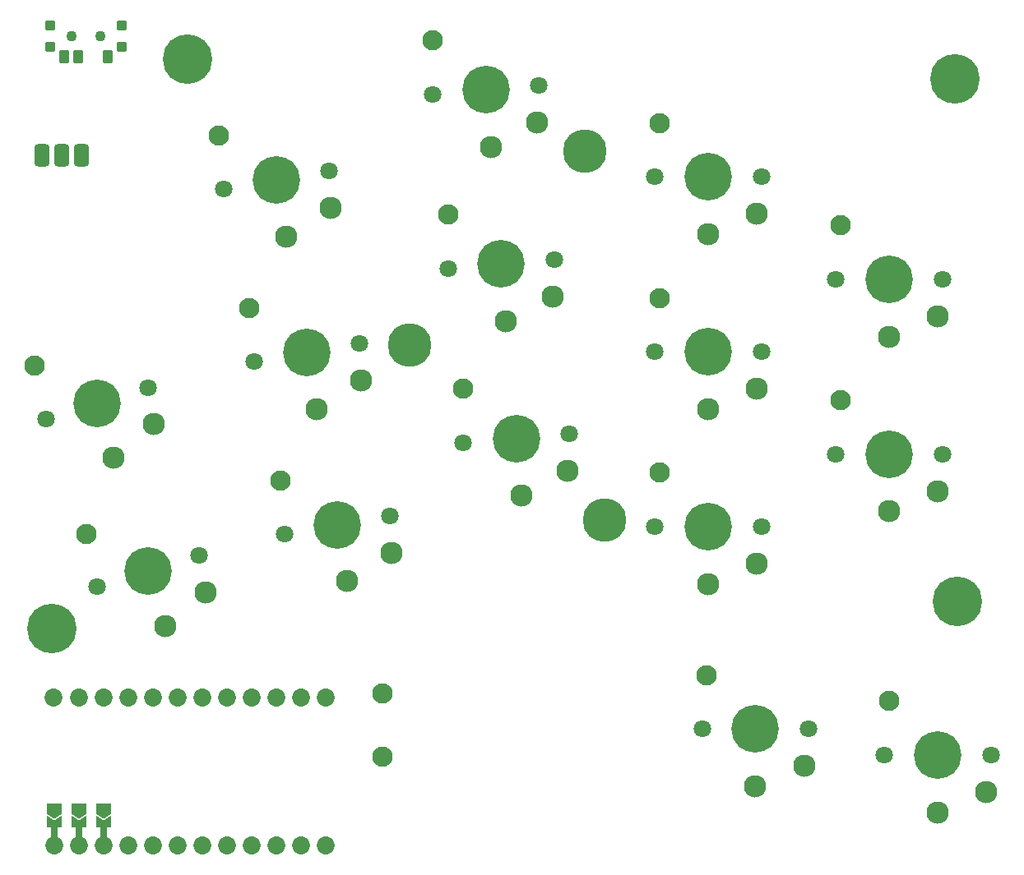
<source format=gts>
%TF.GenerationSoftware,KiCad,Pcbnew,(6.0.4-0)*%
%TF.CreationDate,2022-07-26T10:13:53+02:00*%
%TF.ProjectId,wizza,77697a7a-612e-46b6-9963-61645f706362,v1.0.0*%
%TF.SameCoordinates,Original*%
%TF.FileFunction,Soldermask,Top*%
%TF.FilePolarity,Negative*%
%FSLAX46Y46*%
G04 Gerber Fmt 4.6, Leading zero omitted, Abs format (unit mm)*
G04 Created by KiCad (PCBNEW (6.0.4-0)) date 2022-07-26 10:13:53*
%MOMM*%
%LPD*%
G01*
G04 APERTURE LIST*
G04 Aperture macros list*
%AMRoundRect*
0 Rectangle with rounded corners*
0 $1 Rounding radius*
0 $2 $3 $4 $5 $6 $7 $8 $9 X,Y pos of 4 corners*
0 Add a 4 corners polygon primitive as box body*
4,1,4,$2,$3,$4,$5,$6,$7,$8,$9,$2,$3,0*
0 Add four circle primitives for the rounded corners*
1,1,$1+$1,$2,$3*
1,1,$1+$1,$4,$5*
1,1,$1+$1,$6,$7*
1,1,$1+$1,$8,$9*
0 Add four rect primitives between the rounded corners*
20,1,$1+$1,$2,$3,$4,$5,0*
20,1,$1+$1,$4,$5,$6,$7,0*
20,1,$1+$1,$6,$7,$8,$9,0*
20,1,$1+$1,$8,$9,$2,$3,0*%
%AMFreePoly0*
4,1,16,0.685355,0.785355,0.700000,0.750000,0.691603,0.722265,0.210093,0.000000,0.691603,-0.722265,0.699029,-0.759806,0.677735,-0.791603,0.650000,-0.800000,-0.500000,-0.800000,-0.535355,-0.785355,-0.550000,-0.750000,-0.550000,0.750000,-0.535355,0.785355,-0.500000,0.800000,0.650000,0.800000,0.685355,0.785355,0.685355,0.785355,$1*%
%AMFreePoly1*
4,1,16,0.535355,0.785355,0.550000,0.750000,0.550000,-0.750000,0.535355,-0.785355,0.500000,-0.800000,-0.500000,-0.800000,-0.535355,-0.785355,-0.541603,-0.777735,-1.041603,-0.027735,-1.049029,0.009806,-1.041603,0.027735,-0.541603,0.777735,-0.509806,0.799029,-0.500000,0.800000,0.500000,0.800000,0.535355,0.785355,0.535355,0.785355,$1*%
G04 Aperture macros list end*
%ADD10C,2.300000*%
%ADD11C,1.801800*%
%ADD12C,2.100000*%
%ADD13C,4.900000*%
%ADD14RoundRect,0.050000X-0.450000X-0.450000X0.450000X-0.450000X0.450000X0.450000X-0.450000X0.450000X0*%
%ADD15RoundRect,0.050000X-0.450000X-0.625000X0.450000X-0.625000X0.450000X0.625000X-0.450000X0.625000X0*%
%ADD16C,5.100000*%
%ADD17C,1.100000*%
%ADD18RoundRect,0.425000X-0.375000X-0.750000X0.375000X-0.750000X0.375000X0.750000X-0.375000X0.750000X0*%
%ADD19C,4.500000*%
%ADD20C,1.852600*%
%ADD21FreePoly0,90.000000*%
%ADD22RoundRect,0.050000X-0.250000X-0.762000X0.250000X-0.762000X0.250000X0.762000X-0.250000X0.762000X0*%
%ADD23FreePoly1,90.000000*%
G04 APERTURE END LIST*
D10*
%TO.C,S17*%
X97872161Y110749716D03*
X93074215Y108221928D03*
D11*
X87080925Y113620120D03*
X98039067Y114578834D03*
D12*
X87095308Y119192579D03*
D13*
X92559996Y114099477D03*
%TD*%
D10*
%TO.C,S15*%
X99453808Y92784406D03*
X94655862Y90256618D03*
D11*
X88662572Y95654810D03*
X99620714Y96613524D03*
D12*
X88676955Y101227269D03*
D13*
X94141643Y96134167D03*
%TD*%
%TO.C,S5*%
X52522259Y81799963D03*
D12*
X46118072Y85645596D03*
D11*
X57781935Y83408007D03*
X47262583Y80191919D03*
D10*
X54247252Y76157765D03*
X58414795Y79627863D03*
%TD*%
%TO.C,S11*%
X76591012Y101921038D03*
X72031634Y98984701D03*
D11*
X65590667Y103840002D03*
X76423553Y105750132D03*
D12*
X65119324Y109392509D03*
D13*
X71007110Y104795067D03*
%TD*%
D10*
%TO.C,S21*%
X120424791Y83297254D03*
X115424791Y81197254D03*
D11*
X109924791Y87097254D03*
X120924791Y87097254D03*
D12*
X110424791Y92647254D03*
D13*
X115424791Y87097254D03*
%TD*%
%TO.C,S29*%
X134099495Y94564491D03*
D12*
X129099495Y100114491D03*
D11*
X139599495Y94564491D03*
X128599495Y94564491D03*
D10*
X134099495Y88664491D03*
X139099495Y90764491D03*
%TD*%
%TO.C,S33*%
X144046791Y41743254D03*
X139046791Y39643254D03*
D11*
X133546791Y45543254D03*
X144546791Y45543254D03*
D12*
X134046791Y51093254D03*
D13*
X139046791Y45543254D03*
%TD*%
D10*
%TO.C,S7*%
X82875050Y66387574D03*
X78315672Y63451237D03*
D11*
X71874705Y68306538D03*
X82707591Y70216668D03*
D12*
X71403362Y73859045D03*
D13*
X77291148Y69261603D03*
%TD*%
D10*
%TO.C,S27*%
X139099495Y72744491D03*
X134099495Y70644491D03*
D11*
X128599495Y76544491D03*
X139599495Y76544491D03*
D12*
X129099495Y82094491D03*
D13*
X134099495Y76544491D03*
%TD*%
%TO.C,S9*%
X74139129Y87023335D03*
D12*
X68251343Y91620777D03*
D11*
X79555572Y87978400D03*
X68722686Y86068270D03*
D10*
X75163653Y81212969D03*
X79723031Y84149306D03*
%TD*%
%TO.C,S13*%
X101015456Y74829096D03*
X96217510Y72301308D03*
D11*
X90224220Y77699500D03*
X101182362Y78658214D03*
D12*
X90238603Y83271959D03*
D13*
X95703291Y78178857D03*
%TD*%
D10*
%TO.C,S31*%
X125321152Y44426273D03*
X120321152Y42326273D03*
D11*
X114821152Y48226273D03*
X125821152Y48226273D03*
D12*
X115321152Y53776273D03*
D13*
X120321152Y48226273D03*
%TD*%
D10*
%TO.C,S3*%
X63705114Y62300682D03*
X59537571Y58830584D03*
D11*
X52552902Y62864738D03*
X63072254Y66080826D03*
D12*
X51408391Y68318415D03*
D13*
X57812578Y64472782D03*
%TD*%
D10*
%TO.C,S23*%
X120424791Y101327254D03*
X115424791Y99227254D03*
D11*
X109924791Y105127254D03*
X120924791Y105127254D03*
D12*
X110424791Y110677254D03*
D13*
X115424791Y105127254D03*
%TD*%
D10*
%TO.C,S19*%
X120424791Y65277254D03*
X115424791Y63177254D03*
D11*
X109924791Y69077254D03*
X120924791Y69077254D03*
D12*
X110424791Y74627254D03*
D13*
X115424791Y69077254D03*
%TD*%
D12*
%TO.C,B1*%
X81896791Y45365254D03*
X81896791Y51865254D03*
%TD*%
D14*
%TO.C,T1*%
X55089406Y118508838D03*
X47689406Y120708838D03*
X55089406Y120708838D03*
X47689406Y118508838D03*
D15*
X53639406Y117533838D03*
X50639406Y117533838D03*
X49139406Y117533838D03*
%TD*%
D16*
%TO.C,*%
X141078791Y61367254D03*
%TD*%
D17*
%TO.C,T2*%
X49889406Y119608838D03*
X52889406Y119608838D03*
%TD*%
D16*
%TO.C,*%
X47860791Y58573254D03*
%TD*%
D18*
%TO.C,PAD1*%
X50908791Y107341254D03*
X48908791Y107341254D03*
X46908791Y107341254D03*
%TD*%
D16*
%TO.C,*%
X140824791Y115215254D03*
%TD*%
%TO.C,*%
X61830791Y117247254D03*
%TD*%
D19*
%TO.C,REF\u002A\u002A*%
X102762791Y107797040D03*
X104756791Y69749254D03*
X84735898Y87776147D03*
%TD*%
D20*
%TO.C,MCU1*%
X50654791Y36253254D03*
D21*
X50654791Y38586777D03*
D20*
X53194791Y36253254D03*
D22*
X48114791Y37636777D03*
D20*
X53194791Y51493254D03*
D22*
X50654791Y37636777D03*
X53194791Y37636777D03*
D21*
X53194791Y38586777D03*
X48114791Y38586777D03*
D20*
X48031045Y51493254D03*
X48114791Y36253254D03*
X50654791Y51493254D03*
D23*
X48114791Y40036777D03*
X50654791Y40036777D03*
X53194791Y40036777D03*
D20*
X55734791Y51493254D03*
X58274791Y51493254D03*
X60814791Y51493254D03*
X63354791Y51493254D03*
X65894791Y51493254D03*
X68434791Y51493254D03*
X70974791Y51493254D03*
X73514791Y51493254D03*
X76054791Y51493254D03*
X55734791Y36253254D03*
X58274791Y36253254D03*
X60814791Y36253254D03*
X63354791Y36253254D03*
X65894791Y36253254D03*
X68434791Y36253254D03*
X70974791Y36253254D03*
X73514791Y36253254D03*
X76054791Y36253254D03*
%TD*%
M02*

</source>
